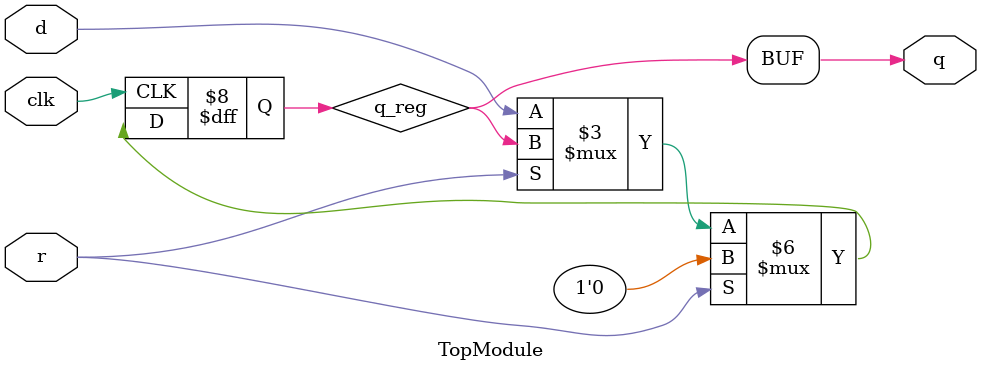
<source format=sv>

module TopModule (
  input clk,
  input d,
  input r,
  output logic q
);
reg q_reg; // Internal register for storing the Q value

always @(posedge clk) begin
  if (r) // If reset is active high, set Q to 0 when reset is asserted
    q_reg <= 0;
  else if (!r) // Otherwise, assign the input D to the register
    q_reg <= d;
end

assign q = q_reg; // Assign the internal register output as the Q output

endmodule

</source>
